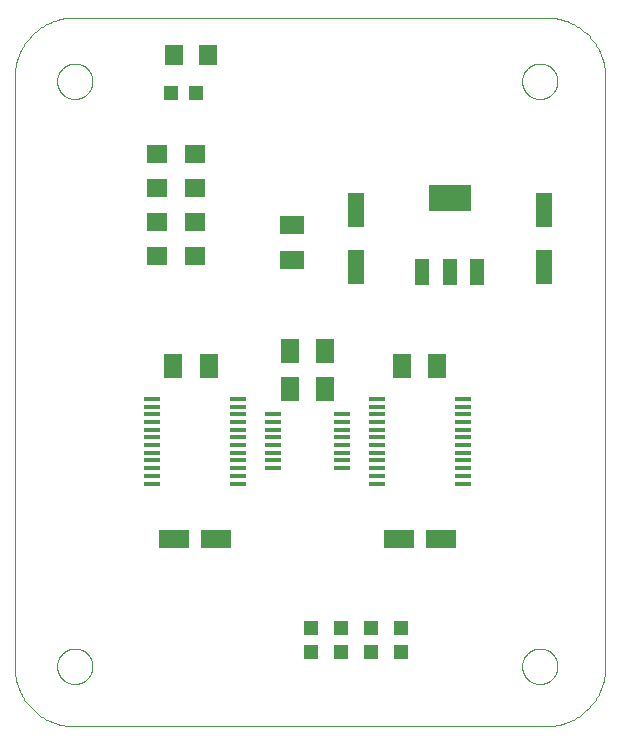
<source format=gtp>
G75*
%MOIN*%
%OFA0B0*%
%FSLAX25Y25*%
%IPPOS*%
%LPD*%
%AMOC8*
5,1,8,0,0,1.08239X$1,22.5*
%
%ADD10C,0.00000*%
%ADD11R,0.05906X0.07874*%
%ADD12R,0.10236X0.06299*%
%ADD13R,0.05800X0.01400*%
%ADD14R,0.04724X0.04724*%
%ADD15R,0.05500X0.01370*%
%ADD16R,0.06299X0.07098*%
%ADD17R,0.07098X0.06299*%
%ADD18R,0.04800X0.08800*%
%ADD19R,0.14173X0.08661*%
%ADD20R,0.05512X0.11811*%
%ADD21R,0.07874X0.05906*%
D10*
X0007850Y0024870D02*
X0007850Y0221720D01*
X0007856Y0222196D01*
X0007873Y0222671D01*
X0007902Y0223146D01*
X0007942Y0223620D01*
X0007994Y0224093D01*
X0008057Y0224564D01*
X0008131Y0225034D01*
X0008217Y0225502D01*
X0008314Y0225968D01*
X0008422Y0226431D01*
X0008541Y0226891D01*
X0008672Y0227349D01*
X0008813Y0227803D01*
X0008966Y0228254D01*
X0009129Y0228700D01*
X0009303Y0229143D01*
X0009488Y0229581D01*
X0009683Y0230015D01*
X0009889Y0230444D01*
X0010105Y0230868D01*
X0010331Y0231287D01*
X0010567Y0231700D01*
X0010813Y0232107D01*
X0011069Y0232508D01*
X0011335Y0232902D01*
X0011610Y0233291D01*
X0011894Y0233672D01*
X0012187Y0234046D01*
X0012489Y0234414D01*
X0012801Y0234774D01*
X0013120Y0235126D01*
X0013448Y0235470D01*
X0013785Y0235807D01*
X0014129Y0236135D01*
X0014481Y0236454D01*
X0014841Y0236766D01*
X0015209Y0237068D01*
X0015583Y0237361D01*
X0015964Y0237645D01*
X0016353Y0237920D01*
X0016747Y0238186D01*
X0017148Y0238442D01*
X0017555Y0238688D01*
X0017968Y0238924D01*
X0018387Y0239150D01*
X0018811Y0239366D01*
X0019240Y0239572D01*
X0019674Y0239767D01*
X0020112Y0239952D01*
X0020555Y0240126D01*
X0021001Y0240289D01*
X0021452Y0240442D01*
X0021906Y0240583D01*
X0022364Y0240714D01*
X0022824Y0240833D01*
X0023287Y0240941D01*
X0023753Y0241038D01*
X0024221Y0241124D01*
X0024691Y0241198D01*
X0025162Y0241261D01*
X0025635Y0241313D01*
X0026109Y0241353D01*
X0026584Y0241382D01*
X0027059Y0241399D01*
X0027535Y0241405D01*
X0027535Y0241406D02*
X0185015Y0241406D01*
X0185015Y0241405D02*
X0185491Y0241399D01*
X0185966Y0241382D01*
X0186441Y0241353D01*
X0186915Y0241313D01*
X0187388Y0241261D01*
X0187859Y0241198D01*
X0188329Y0241124D01*
X0188797Y0241038D01*
X0189263Y0240941D01*
X0189726Y0240833D01*
X0190186Y0240714D01*
X0190644Y0240583D01*
X0191098Y0240442D01*
X0191549Y0240289D01*
X0191995Y0240126D01*
X0192438Y0239952D01*
X0192876Y0239767D01*
X0193310Y0239572D01*
X0193739Y0239366D01*
X0194163Y0239150D01*
X0194582Y0238924D01*
X0194995Y0238688D01*
X0195402Y0238442D01*
X0195803Y0238186D01*
X0196197Y0237920D01*
X0196586Y0237645D01*
X0196967Y0237361D01*
X0197341Y0237068D01*
X0197709Y0236766D01*
X0198069Y0236454D01*
X0198421Y0236135D01*
X0198765Y0235807D01*
X0199102Y0235470D01*
X0199430Y0235126D01*
X0199749Y0234774D01*
X0200061Y0234414D01*
X0200363Y0234046D01*
X0200656Y0233672D01*
X0200940Y0233291D01*
X0201215Y0232902D01*
X0201481Y0232508D01*
X0201737Y0232107D01*
X0201983Y0231700D01*
X0202219Y0231287D01*
X0202445Y0230868D01*
X0202661Y0230444D01*
X0202867Y0230015D01*
X0203062Y0229581D01*
X0203247Y0229143D01*
X0203421Y0228700D01*
X0203584Y0228254D01*
X0203737Y0227803D01*
X0203878Y0227349D01*
X0204009Y0226891D01*
X0204128Y0226431D01*
X0204236Y0225968D01*
X0204333Y0225502D01*
X0204419Y0225034D01*
X0204493Y0224564D01*
X0204556Y0224093D01*
X0204608Y0223620D01*
X0204648Y0223146D01*
X0204677Y0222671D01*
X0204694Y0222196D01*
X0204700Y0221720D01*
X0204700Y0024870D01*
X0204694Y0024394D01*
X0204677Y0023919D01*
X0204648Y0023444D01*
X0204608Y0022970D01*
X0204556Y0022497D01*
X0204493Y0022026D01*
X0204419Y0021556D01*
X0204333Y0021088D01*
X0204236Y0020622D01*
X0204128Y0020159D01*
X0204009Y0019699D01*
X0203878Y0019241D01*
X0203737Y0018787D01*
X0203584Y0018336D01*
X0203421Y0017890D01*
X0203247Y0017447D01*
X0203062Y0017009D01*
X0202867Y0016575D01*
X0202661Y0016146D01*
X0202445Y0015722D01*
X0202219Y0015303D01*
X0201983Y0014890D01*
X0201737Y0014483D01*
X0201481Y0014082D01*
X0201215Y0013688D01*
X0200940Y0013299D01*
X0200656Y0012918D01*
X0200363Y0012544D01*
X0200061Y0012176D01*
X0199749Y0011816D01*
X0199430Y0011464D01*
X0199102Y0011120D01*
X0198765Y0010783D01*
X0198421Y0010455D01*
X0198069Y0010136D01*
X0197709Y0009824D01*
X0197341Y0009522D01*
X0196967Y0009229D01*
X0196586Y0008945D01*
X0196197Y0008670D01*
X0195803Y0008404D01*
X0195402Y0008148D01*
X0194995Y0007902D01*
X0194582Y0007666D01*
X0194163Y0007440D01*
X0193739Y0007224D01*
X0193310Y0007018D01*
X0192876Y0006823D01*
X0192438Y0006638D01*
X0191995Y0006464D01*
X0191549Y0006301D01*
X0191098Y0006148D01*
X0190644Y0006007D01*
X0190186Y0005876D01*
X0189726Y0005757D01*
X0189263Y0005649D01*
X0188797Y0005552D01*
X0188329Y0005466D01*
X0187859Y0005392D01*
X0187388Y0005329D01*
X0186915Y0005277D01*
X0186441Y0005237D01*
X0185966Y0005208D01*
X0185491Y0005191D01*
X0185015Y0005185D01*
X0027535Y0005185D01*
X0027059Y0005191D01*
X0026584Y0005208D01*
X0026109Y0005237D01*
X0025635Y0005277D01*
X0025162Y0005329D01*
X0024691Y0005392D01*
X0024221Y0005466D01*
X0023753Y0005552D01*
X0023287Y0005649D01*
X0022824Y0005757D01*
X0022364Y0005876D01*
X0021906Y0006007D01*
X0021452Y0006148D01*
X0021001Y0006301D01*
X0020555Y0006464D01*
X0020112Y0006638D01*
X0019674Y0006823D01*
X0019240Y0007018D01*
X0018811Y0007224D01*
X0018387Y0007440D01*
X0017968Y0007666D01*
X0017555Y0007902D01*
X0017148Y0008148D01*
X0016747Y0008404D01*
X0016353Y0008670D01*
X0015964Y0008945D01*
X0015583Y0009229D01*
X0015209Y0009522D01*
X0014841Y0009824D01*
X0014481Y0010136D01*
X0014129Y0010455D01*
X0013785Y0010783D01*
X0013448Y0011120D01*
X0013120Y0011464D01*
X0012801Y0011816D01*
X0012489Y0012176D01*
X0012187Y0012544D01*
X0011894Y0012918D01*
X0011610Y0013299D01*
X0011335Y0013688D01*
X0011069Y0014082D01*
X0010813Y0014483D01*
X0010567Y0014890D01*
X0010331Y0015303D01*
X0010105Y0015722D01*
X0009889Y0016146D01*
X0009683Y0016575D01*
X0009488Y0017009D01*
X0009303Y0017447D01*
X0009129Y0017890D01*
X0008966Y0018336D01*
X0008813Y0018787D01*
X0008672Y0019241D01*
X0008541Y0019699D01*
X0008422Y0020159D01*
X0008314Y0020622D01*
X0008217Y0021088D01*
X0008131Y0021556D01*
X0008057Y0022026D01*
X0007994Y0022497D01*
X0007942Y0022970D01*
X0007902Y0023444D01*
X0007873Y0023919D01*
X0007856Y0024394D01*
X0007850Y0024870D01*
X0021944Y0025185D02*
X0021946Y0025338D01*
X0021952Y0025492D01*
X0021962Y0025645D01*
X0021976Y0025797D01*
X0021994Y0025950D01*
X0022016Y0026101D01*
X0022041Y0026252D01*
X0022071Y0026403D01*
X0022105Y0026553D01*
X0022142Y0026701D01*
X0022183Y0026849D01*
X0022228Y0026995D01*
X0022277Y0027141D01*
X0022330Y0027285D01*
X0022386Y0027427D01*
X0022446Y0027568D01*
X0022510Y0027708D01*
X0022577Y0027846D01*
X0022648Y0027982D01*
X0022723Y0028116D01*
X0022800Y0028248D01*
X0022882Y0028378D01*
X0022966Y0028506D01*
X0023054Y0028632D01*
X0023145Y0028755D01*
X0023239Y0028876D01*
X0023337Y0028994D01*
X0023437Y0029110D01*
X0023541Y0029223D01*
X0023647Y0029334D01*
X0023756Y0029442D01*
X0023868Y0029547D01*
X0023982Y0029648D01*
X0024100Y0029747D01*
X0024219Y0029843D01*
X0024341Y0029936D01*
X0024466Y0030025D01*
X0024593Y0030112D01*
X0024722Y0030194D01*
X0024853Y0030274D01*
X0024986Y0030350D01*
X0025121Y0030423D01*
X0025258Y0030492D01*
X0025397Y0030557D01*
X0025537Y0030619D01*
X0025679Y0030677D01*
X0025822Y0030732D01*
X0025967Y0030783D01*
X0026113Y0030830D01*
X0026260Y0030873D01*
X0026408Y0030912D01*
X0026557Y0030948D01*
X0026707Y0030979D01*
X0026858Y0031007D01*
X0027009Y0031031D01*
X0027162Y0031051D01*
X0027314Y0031067D01*
X0027467Y0031079D01*
X0027620Y0031087D01*
X0027773Y0031091D01*
X0027927Y0031091D01*
X0028080Y0031087D01*
X0028233Y0031079D01*
X0028386Y0031067D01*
X0028538Y0031051D01*
X0028691Y0031031D01*
X0028842Y0031007D01*
X0028993Y0030979D01*
X0029143Y0030948D01*
X0029292Y0030912D01*
X0029440Y0030873D01*
X0029587Y0030830D01*
X0029733Y0030783D01*
X0029878Y0030732D01*
X0030021Y0030677D01*
X0030163Y0030619D01*
X0030303Y0030557D01*
X0030442Y0030492D01*
X0030579Y0030423D01*
X0030714Y0030350D01*
X0030847Y0030274D01*
X0030978Y0030194D01*
X0031107Y0030112D01*
X0031234Y0030025D01*
X0031359Y0029936D01*
X0031481Y0029843D01*
X0031600Y0029747D01*
X0031718Y0029648D01*
X0031832Y0029547D01*
X0031944Y0029442D01*
X0032053Y0029334D01*
X0032159Y0029223D01*
X0032263Y0029110D01*
X0032363Y0028994D01*
X0032461Y0028876D01*
X0032555Y0028755D01*
X0032646Y0028632D01*
X0032734Y0028506D01*
X0032818Y0028378D01*
X0032900Y0028248D01*
X0032977Y0028116D01*
X0033052Y0027982D01*
X0033123Y0027846D01*
X0033190Y0027708D01*
X0033254Y0027568D01*
X0033314Y0027427D01*
X0033370Y0027285D01*
X0033423Y0027141D01*
X0033472Y0026995D01*
X0033517Y0026849D01*
X0033558Y0026701D01*
X0033595Y0026553D01*
X0033629Y0026403D01*
X0033659Y0026252D01*
X0033684Y0026101D01*
X0033706Y0025950D01*
X0033724Y0025797D01*
X0033738Y0025645D01*
X0033748Y0025492D01*
X0033754Y0025338D01*
X0033756Y0025185D01*
X0033754Y0025032D01*
X0033748Y0024878D01*
X0033738Y0024725D01*
X0033724Y0024573D01*
X0033706Y0024420D01*
X0033684Y0024269D01*
X0033659Y0024118D01*
X0033629Y0023967D01*
X0033595Y0023817D01*
X0033558Y0023669D01*
X0033517Y0023521D01*
X0033472Y0023375D01*
X0033423Y0023229D01*
X0033370Y0023085D01*
X0033314Y0022943D01*
X0033254Y0022802D01*
X0033190Y0022662D01*
X0033123Y0022524D01*
X0033052Y0022388D01*
X0032977Y0022254D01*
X0032900Y0022122D01*
X0032818Y0021992D01*
X0032734Y0021864D01*
X0032646Y0021738D01*
X0032555Y0021615D01*
X0032461Y0021494D01*
X0032363Y0021376D01*
X0032263Y0021260D01*
X0032159Y0021147D01*
X0032053Y0021036D01*
X0031944Y0020928D01*
X0031832Y0020823D01*
X0031718Y0020722D01*
X0031600Y0020623D01*
X0031481Y0020527D01*
X0031359Y0020434D01*
X0031234Y0020345D01*
X0031107Y0020258D01*
X0030978Y0020176D01*
X0030847Y0020096D01*
X0030714Y0020020D01*
X0030579Y0019947D01*
X0030442Y0019878D01*
X0030303Y0019813D01*
X0030163Y0019751D01*
X0030021Y0019693D01*
X0029878Y0019638D01*
X0029733Y0019587D01*
X0029587Y0019540D01*
X0029440Y0019497D01*
X0029292Y0019458D01*
X0029143Y0019422D01*
X0028993Y0019391D01*
X0028842Y0019363D01*
X0028691Y0019339D01*
X0028538Y0019319D01*
X0028386Y0019303D01*
X0028233Y0019291D01*
X0028080Y0019283D01*
X0027927Y0019279D01*
X0027773Y0019279D01*
X0027620Y0019283D01*
X0027467Y0019291D01*
X0027314Y0019303D01*
X0027162Y0019319D01*
X0027009Y0019339D01*
X0026858Y0019363D01*
X0026707Y0019391D01*
X0026557Y0019422D01*
X0026408Y0019458D01*
X0026260Y0019497D01*
X0026113Y0019540D01*
X0025967Y0019587D01*
X0025822Y0019638D01*
X0025679Y0019693D01*
X0025537Y0019751D01*
X0025397Y0019813D01*
X0025258Y0019878D01*
X0025121Y0019947D01*
X0024986Y0020020D01*
X0024853Y0020096D01*
X0024722Y0020176D01*
X0024593Y0020258D01*
X0024466Y0020345D01*
X0024341Y0020434D01*
X0024219Y0020527D01*
X0024100Y0020623D01*
X0023982Y0020722D01*
X0023868Y0020823D01*
X0023756Y0020928D01*
X0023647Y0021036D01*
X0023541Y0021147D01*
X0023437Y0021260D01*
X0023337Y0021376D01*
X0023239Y0021494D01*
X0023145Y0021615D01*
X0023054Y0021738D01*
X0022966Y0021864D01*
X0022882Y0021992D01*
X0022800Y0022122D01*
X0022723Y0022254D01*
X0022648Y0022388D01*
X0022577Y0022524D01*
X0022510Y0022662D01*
X0022446Y0022802D01*
X0022386Y0022943D01*
X0022330Y0023085D01*
X0022277Y0023229D01*
X0022228Y0023375D01*
X0022183Y0023521D01*
X0022142Y0023669D01*
X0022105Y0023817D01*
X0022071Y0023967D01*
X0022041Y0024118D01*
X0022016Y0024269D01*
X0021994Y0024420D01*
X0021976Y0024573D01*
X0021962Y0024725D01*
X0021952Y0024878D01*
X0021946Y0025032D01*
X0021944Y0025185D01*
X0176944Y0025185D02*
X0176946Y0025338D01*
X0176952Y0025492D01*
X0176962Y0025645D01*
X0176976Y0025797D01*
X0176994Y0025950D01*
X0177016Y0026101D01*
X0177041Y0026252D01*
X0177071Y0026403D01*
X0177105Y0026553D01*
X0177142Y0026701D01*
X0177183Y0026849D01*
X0177228Y0026995D01*
X0177277Y0027141D01*
X0177330Y0027285D01*
X0177386Y0027427D01*
X0177446Y0027568D01*
X0177510Y0027708D01*
X0177577Y0027846D01*
X0177648Y0027982D01*
X0177723Y0028116D01*
X0177800Y0028248D01*
X0177882Y0028378D01*
X0177966Y0028506D01*
X0178054Y0028632D01*
X0178145Y0028755D01*
X0178239Y0028876D01*
X0178337Y0028994D01*
X0178437Y0029110D01*
X0178541Y0029223D01*
X0178647Y0029334D01*
X0178756Y0029442D01*
X0178868Y0029547D01*
X0178982Y0029648D01*
X0179100Y0029747D01*
X0179219Y0029843D01*
X0179341Y0029936D01*
X0179466Y0030025D01*
X0179593Y0030112D01*
X0179722Y0030194D01*
X0179853Y0030274D01*
X0179986Y0030350D01*
X0180121Y0030423D01*
X0180258Y0030492D01*
X0180397Y0030557D01*
X0180537Y0030619D01*
X0180679Y0030677D01*
X0180822Y0030732D01*
X0180967Y0030783D01*
X0181113Y0030830D01*
X0181260Y0030873D01*
X0181408Y0030912D01*
X0181557Y0030948D01*
X0181707Y0030979D01*
X0181858Y0031007D01*
X0182009Y0031031D01*
X0182162Y0031051D01*
X0182314Y0031067D01*
X0182467Y0031079D01*
X0182620Y0031087D01*
X0182773Y0031091D01*
X0182927Y0031091D01*
X0183080Y0031087D01*
X0183233Y0031079D01*
X0183386Y0031067D01*
X0183538Y0031051D01*
X0183691Y0031031D01*
X0183842Y0031007D01*
X0183993Y0030979D01*
X0184143Y0030948D01*
X0184292Y0030912D01*
X0184440Y0030873D01*
X0184587Y0030830D01*
X0184733Y0030783D01*
X0184878Y0030732D01*
X0185021Y0030677D01*
X0185163Y0030619D01*
X0185303Y0030557D01*
X0185442Y0030492D01*
X0185579Y0030423D01*
X0185714Y0030350D01*
X0185847Y0030274D01*
X0185978Y0030194D01*
X0186107Y0030112D01*
X0186234Y0030025D01*
X0186359Y0029936D01*
X0186481Y0029843D01*
X0186600Y0029747D01*
X0186718Y0029648D01*
X0186832Y0029547D01*
X0186944Y0029442D01*
X0187053Y0029334D01*
X0187159Y0029223D01*
X0187263Y0029110D01*
X0187363Y0028994D01*
X0187461Y0028876D01*
X0187555Y0028755D01*
X0187646Y0028632D01*
X0187734Y0028506D01*
X0187818Y0028378D01*
X0187900Y0028248D01*
X0187977Y0028116D01*
X0188052Y0027982D01*
X0188123Y0027846D01*
X0188190Y0027708D01*
X0188254Y0027568D01*
X0188314Y0027427D01*
X0188370Y0027285D01*
X0188423Y0027141D01*
X0188472Y0026995D01*
X0188517Y0026849D01*
X0188558Y0026701D01*
X0188595Y0026553D01*
X0188629Y0026403D01*
X0188659Y0026252D01*
X0188684Y0026101D01*
X0188706Y0025950D01*
X0188724Y0025797D01*
X0188738Y0025645D01*
X0188748Y0025492D01*
X0188754Y0025338D01*
X0188756Y0025185D01*
X0188754Y0025032D01*
X0188748Y0024878D01*
X0188738Y0024725D01*
X0188724Y0024573D01*
X0188706Y0024420D01*
X0188684Y0024269D01*
X0188659Y0024118D01*
X0188629Y0023967D01*
X0188595Y0023817D01*
X0188558Y0023669D01*
X0188517Y0023521D01*
X0188472Y0023375D01*
X0188423Y0023229D01*
X0188370Y0023085D01*
X0188314Y0022943D01*
X0188254Y0022802D01*
X0188190Y0022662D01*
X0188123Y0022524D01*
X0188052Y0022388D01*
X0187977Y0022254D01*
X0187900Y0022122D01*
X0187818Y0021992D01*
X0187734Y0021864D01*
X0187646Y0021738D01*
X0187555Y0021615D01*
X0187461Y0021494D01*
X0187363Y0021376D01*
X0187263Y0021260D01*
X0187159Y0021147D01*
X0187053Y0021036D01*
X0186944Y0020928D01*
X0186832Y0020823D01*
X0186718Y0020722D01*
X0186600Y0020623D01*
X0186481Y0020527D01*
X0186359Y0020434D01*
X0186234Y0020345D01*
X0186107Y0020258D01*
X0185978Y0020176D01*
X0185847Y0020096D01*
X0185714Y0020020D01*
X0185579Y0019947D01*
X0185442Y0019878D01*
X0185303Y0019813D01*
X0185163Y0019751D01*
X0185021Y0019693D01*
X0184878Y0019638D01*
X0184733Y0019587D01*
X0184587Y0019540D01*
X0184440Y0019497D01*
X0184292Y0019458D01*
X0184143Y0019422D01*
X0183993Y0019391D01*
X0183842Y0019363D01*
X0183691Y0019339D01*
X0183538Y0019319D01*
X0183386Y0019303D01*
X0183233Y0019291D01*
X0183080Y0019283D01*
X0182927Y0019279D01*
X0182773Y0019279D01*
X0182620Y0019283D01*
X0182467Y0019291D01*
X0182314Y0019303D01*
X0182162Y0019319D01*
X0182009Y0019339D01*
X0181858Y0019363D01*
X0181707Y0019391D01*
X0181557Y0019422D01*
X0181408Y0019458D01*
X0181260Y0019497D01*
X0181113Y0019540D01*
X0180967Y0019587D01*
X0180822Y0019638D01*
X0180679Y0019693D01*
X0180537Y0019751D01*
X0180397Y0019813D01*
X0180258Y0019878D01*
X0180121Y0019947D01*
X0179986Y0020020D01*
X0179853Y0020096D01*
X0179722Y0020176D01*
X0179593Y0020258D01*
X0179466Y0020345D01*
X0179341Y0020434D01*
X0179219Y0020527D01*
X0179100Y0020623D01*
X0178982Y0020722D01*
X0178868Y0020823D01*
X0178756Y0020928D01*
X0178647Y0021036D01*
X0178541Y0021147D01*
X0178437Y0021260D01*
X0178337Y0021376D01*
X0178239Y0021494D01*
X0178145Y0021615D01*
X0178054Y0021738D01*
X0177966Y0021864D01*
X0177882Y0021992D01*
X0177800Y0022122D01*
X0177723Y0022254D01*
X0177648Y0022388D01*
X0177577Y0022524D01*
X0177510Y0022662D01*
X0177446Y0022802D01*
X0177386Y0022943D01*
X0177330Y0023085D01*
X0177277Y0023229D01*
X0177228Y0023375D01*
X0177183Y0023521D01*
X0177142Y0023669D01*
X0177105Y0023817D01*
X0177071Y0023967D01*
X0177041Y0024118D01*
X0177016Y0024269D01*
X0176994Y0024420D01*
X0176976Y0024573D01*
X0176962Y0024725D01*
X0176952Y0024878D01*
X0176946Y0025032D01*
X0176944Y0025185D01*
X0176944Y0220185D02*
X0176946Y0220338D01*
X0176952Y0220492D01*
X0176962Y0220645D01*
X0176976Y0220797D01*
X0176994Y0220950D01*
X0177016Y0221101D01*
X0177041Y0221252D01*
X0177071Y0221403D01*
X0177105Y0221553D01*
X0177142Y0221701D01*
X0177183Y0221849D01*
X0177228Y0221995D01*
X0177277Y0222141D01*
X0177330Y0222285D01*
X0177386Y0222427D01*
X0177446Y0222568D01*
X0177510Y0222708D01*
X0177577Y0222846D01*
X0177648Y0222982D01*
X0177723Y0223116D01*
X0177800Y0223248D01*
X0177882Y0223378D01*
X0177966Y0223506D01*
X0178054Y0223632D01*
X0178145Y0223755D01*
X0178239Y0223876D01*
X0178337Y0223994D01*
X0178437Y0224110D01*
X0178541Y0224223D01*
X0178647Y0224334D01*
X0178756Y0224442D01*
X0178868Y0224547D01*
X0178982Y0224648D01*
X0179100Y0224747D01*
X0179219Y0224843D01*
X0179341Y0224936D01*
X0179466Y0225025D01*
X0179593Y0225112D01*
X0179722Y0225194D01*
X0179853Y0225274D01*
X0179986Y0225350D01*
X0180121Y0225423D01*
X0180258Y0225492D01*
X0180397Y0225557D01*
X0180537Y0225619D01*
X0180679Y0225677D01*
X0180822Y0225732D01*
X0180967Y0225783D01*
X0181113Y0225830D01*
X0181260Y0225873D01*
X0181408Y0225912D01*
X0181557Y0225948D01*
X0181707Y0225979D01*
X0181858Y0226007D01*
X0182009Y0226031D01*
X0182162Y0226051D01*
X0182314Y0226067D01*
X0182467Y0226079D01*
X0182620Y0226087D01*
X0182773Y0226091D01*
X0182927Y0226091D01*
X0183080Y0226087D01*
X0183233Y0226079D01*
X0183386Y0226067D01*
X0183538Y0226051D01*
X0183691Y0226031D01*
X0183842Y0226007D01*
X0183993Y0225979D01*
X0184143Y0225948D01*
X0184292Y0225912D01*
X0184440Y0225873D01*
X0184587Y0225830D01*
X0184733Y0225783D01*
X0184878Y0225732D01*
X0185021Y0225677D01*
X0185163Y0225619D01*
X0185303Y0225557D01*
X0185442Y0225492D01*
X0185579Y0225423D01*
X0185714Y0225350D01*
X0185847Y0225274D01*
X0185978Y0225194D01*
X0186107Y0225112D01*
X0186234Y0225025D01*
X0186359Y0224936D01*
X0186481Y0224843D01*
X0186600Y0224747D01*
X0186718Y0224648D01*
X0186832Y0224547D01*
X0186944Y0224442D01*
X0187053Y0224334D01*
X0187159Y0224223D01*
X0187263Y0224110D01*
X0187363Y0223994D01*
X0187461Y0223876D01*
X0187555Y0223755D01*
X0187646Y0223632D01*
X0187734Y0223506D01*
X0187818Y0223378D01*
X0187900Y0223248D01*
X0187977Y0223116D01*
X0188052Y0222982D01*
X0188123Y0222846D01*
X0188190Y0222708D01*
X0188254Y0222568D01*
X0188314Y0222427D01*
X0188370Y0222285D01*
X0188423Y0222141D01*
X0188472Y0221995D01*
X0188517Y0221849D01*
X0188558Y0221701D01*
X0188595Y0221553D01*
X0188629Y0221403D01*
X0188659Y0221252D01*
X0188684Y0221101D01*
X0188706Y0220950D01*
X0188724Y0220797D01*
X0188738Y0220645D01*
X0188748Y0220492D01*
X0188754Y0220338D01*
X0188756Y0220185D01*
X0188754Y0220032D01*
X0188748Y0219878D01*
X0188738Y0219725D01*
X0188724Y0219573D01*
X0188706Y0219420D01*
X0188684Y0219269D01*
X0188659Y0219118D01*
X0188629Y0218967D01*
X0188595Y0218817D01*
X0188558Y0218669D01*
X0188517Y0218521D01*
X0188472Y0218375D01*
X0188423Y0218229D01*
X0188370Y0218085D01*
X0188314Y0217943D01*
X0188254Y0217802D01*
X0188190Y0217662D01*
X0188123Y0217524D01*
X0188052Y0217388D01*
X0187977Y0217254D01*
X0187900Y0217122D01*
X0187818Y0216992D01*
X0187734Y0216864D01*
X0187646Y0216738D01*
X0187555Y0216615D01*
X0187461Y0216494D01*
X0187363Y0216376D01*
X0187263Y0216260D01*
X0187159Y0216147D01*
X0187053Y0216036D01*
X0186944Y0215928D01*
X0186832Y0215823D01*
X0186718Y0215722D01*
X0186600Y0215623D01*
X0186481Y0215527D01*
X0186359Y0215434D01*
X0186234Y0215345D01*
X0186107Y0215258D01*
X0185978Y0215176D01*
X0185847Y0215096D01*
X0185714Y0215020D01*
X0185579Y0214947D01*
X0185442Y0214878D01*
X0185303Y0214813D01*
X0185163Y0214751D01*
X0185021Y0214693D01*
X0184878Y0214638D01*
X0184733Y0214587D01*
X0184587Y0214540D01*
X0184440Y0214497D01*
X0184292Y0214458D01*
X0184143Y0214422D01*
X0183993Y0214391D01*
X0183842Y0214363D01*
X0183691Y0214339D01*
X0183538Y0214319D01*
X0183386Y0214303D01*
X0183233Y0214291D01*
X0183080Y0214283D01*
X0182927Y0214279D01*
X0182773Y0214279D01*
X0182620Y0214283D01*
X0182467Y0214291D01*
X0182314Y0214303D01*
X0182162Y0214319D01*
X0182009Y0214339D01*
X0181858Y0214363D01*
X0181707Y0214391D01*
X0181557Y0214422D01*
X0181408Y0214458D01*
X0181260Y0214497D01*
X0181113Y0214540D01*
X0180967Y0214587D01*
X0180822Y0214638D01*
X0180679Y0214693D01*
X0180537Y0214751D01*
X0180397Y0214813D01*
X0180258Y0214878D01*
X0180121Y0214947D01*
X0179986Y0215020D01*
X0179853Y0215096D01*
X0179722Y0215176D01*
X0179593Y0215258D01*
X0179466Y0215345D01*
X0179341Y0215434D01*
X0179219Y0215527D01*
X0179100Y0215623D01*
X0178982Y0215722D01*
X0178868Y0215823D01*
X0178756Y0215928D01*
X0178647Y0216036D01*
X0178541Y0216147D01*
X0178437Y0216260D01*
X0178337Y0216376D01*
X0178239Y0216494D01*
X0178145Y0216615D01*
X0178054Y0216738D01*
X0177966Y0216864D01*
X0177882Y0216992D01*
X0177800Y0217122D01*
X0177723Y0217254D01*
X0177648Y0217388D01*
X0177577Y0217524D01*
X0177510Y0217662D01*
X0177446Y0217802D01*
X0177386Y0217943D01*
X0177330Y0218085D01*
X0177277Y0218229D01*
X0177228Y0218375D01*
X0177183Y0218521D01*
X0177142Y0218669D01*
X0177105Y0218817D01*
X0177071Y0218967D01*
X0177041Y0219118D01*
X0177016Y0219269D01*
X0176994Y0219420D01*
X0176976Y0219573D01*
X0176962Y0219725D01*
X0176952Y0219878D01*
X0176946Y0220032D01*
X0176944Y0220185D01*
X0021944Y0220185D02*
X0021946Y0220338D01*
X0021952Y0220492D01*
X0021962Y0220645D01*
X0021976Y0220797D01*
X0021994Y0220950D01*
X0022016Y0221101D01*
X0022041Y0221252D01*
X0022071Y0221403D01*
X0022105Y0221553D01*
X0022142Y0221701D01*
X0022183Y0221849D01*
X0022228Y0221995D01*
X0022277Y0222141D01*
X0022330Y0222285D01*
X0022386Y0222427D01*
X0022446Y0222568D01*
X0022510Y0222708D01*
X0022577Y0222846D01*
X0022648Y0222982D01*
X0022723Y0223116D01*
X0022800Y0223248D01*
X0022882Y0223378D01*
X0022966Y0223506D01*
X0023054Y0223632D01*
X0023145Y0223755D01*
X0023239Y0223876D01*
X0023337Y0223994D01*
X0023437Y0224110D01*
X0023541Y0224223D01*
X0023647Y0224334D01*
X0023756Y0224442D01*
X0023868Y0224547D01*
X0023982Y0224648D01*
X0024100Y0224747D01*
X0024219Y0224843D01*
X0024341Y0224936D01*
X0024466Y0225025D01*
X0024593Y0225112D01*
X0024722Y0225194D01*
X0024853Y0225274D01*
X0024986Y0225350D01*
X0025121Y0225423D01*
X0025258Y0225492D01*
X0025397Y0225557D01*
X0025537Y0225619D01*
X0025679Y0225677D01*
X0025822Y0225732D01*
X0025967Y0225783D01*
X0026113Y0225830D01*
X0026260Y0225873D01*
X0026408Y0225912D01*
X0026557Y0225948D01*
X0026707Y0225979D01*
X0026858Y0226007D01*
X0027009Y0226031D01*
X0027162Y0226051D01*
X0027314Y0226067D01*
X0027467Y0226079D01*
X0027620Y0226087D01*
X0027773Y0226091D01*
X0027927Y0226091D01*
X0028080Y0226087D01*
X0028233Y0226079D01*
X0028386Y0226067D01*
X0028538Y0226051D01*
X0028691Y0226031D01*
X0028842Y0226007D01*
X0028993Y0225979D01*
X0029143Y0225948D01*
X0029292Y0225912D01*
X0029440Y0225873D01*
X0029587Y0225830D01*
X0029733Y0225783D01*
X0029878Y0225732D01*
X0030021Y0225677D01*
X0030163Y0225619D01*
X0030303Y0225557D01*
X0030442Y0225492D01*
X0030579Y0225423D01*
X0030714Y0225350D01*
X0030847Y0225274D01*
X0030978Y0225194D01*
X0031107Y0225112D01*
X0031234Y0225025D01*
X0031359Y0224936D01*
X0031481Y0224843D01*
X0031600Y0224747D01*
X0031718Y0224648D01*
X0031832Y0224547D01*
X0031944Y0224442D01*
X0032053Y0224334D01*
X0032159Y0224223D01*
X0032263Y0224110D01*
X0032363Y0223994D01*
X0032461Y0223876D01*
X0032555Y0223755D01*
X0032646Y0223632D01*
X0032734Y0223506D01*
X0032818Y0223378D01*
X0032900Y0223248D01*
X0032977Y0223116D01*
X0033052Y0222982D01*
X0033123Y0222846D01*
X0033190Y0222708D01*
X0033254Y0222568D01*
X0033314Y0222427D01*
X0033370Y0222285D01*
X0033423Y0222141D01*
X0033472Y0221995D01*
X0033517Y0221849D01*
X0033558Y0221701D01*
X0033595Y0221553D01*
X0033629Y0221403D01*
X0033659Y0221252D01*
X0033684Y0221101D01*
X0033706Y0220950D01*
X0033724Y0220797D01*
X0033738Y0220645D01*
X0033748Y0220492D01*
X0033754Y0220338D01*
X0033756Y0220185D01*
X0033754Y0220032D01*
X0033748Y0219878D01*
X0033738Y0219725D01*
X0033724Y0219573D01*
X0033706Y0219420D01*
X0033684Y0219269D01*
X0033659Y0219118D01*
X0033629Y0218967D01*
X0033595Y0218817D01*
X0033558Y0218669D01*
X0033517Y0218521D01*
X0033472Y0218375D01*
X0033423Y0218229D01*
X0033370Y0218085D01*
X0033314Y0217943D01*
X0033254Y0217802D01*
X0033190Y0217662D01*
X0033123Y0217524D01*
X0033052Y0217388D01*
X0032977Y0217254D01*
X0032900Y0217122D01*
X0032818Y0216992D01*
X0032734Y0216864D01*
X0032646Y0216738D01*
X0032555Y0216615D01*
X0032461Y0216494D01*
X0032363Y0216376D01*
X0032263Y0216260D01*
X0032159Y0216147D01*
X0032053Y0216036D01*
X0031944Y0215928D01*
X0031832Y0215823D01*
X0031718Y0215722D01*
X0031600Y0215623D01*
X0031481Y0215527D01*
X0031359Y0215434D01*
X0031234Y0215345D01*
X0031107Y0215258D01*
X0030978Y0215176D01*
X0030847Y0215096D01*
X0030714Y0215020D01*
X0030579Y0214947D01*
X0030442Y0214878D01*
X0030303Y0214813D01*
X0030163Y0214751D01*
X0030021Y0214693D01*
X0029878Y0214638D01*
X0029733Y0214587D01*
X0029587Y0214540D01*
X0029440Y0214497D01*
X0029292Y0214458D01*
X0029143Y0214422D01*
X0028993Y0214391D01*
X0028842Y0214363D01*
X0028691Y0214339D01*
X0028538Y0214319D01*
X0028386Y0214303D01*
X0028233Y0214291D01*
X0028080Y0214283D01*
X0027927Y0214279D01*
X0027773Y0214279D01*
X0027620Y0214283D01*
X0027467Y0214291D01*
X0027314Y0214303D01*
X0027162Y0214319D01*
X0027009Y0214339D01*
X0026858Y0214363D01*
X0026707Y0214391D01*
X0026557Y0214422D01*
X0026408Y0214458D01*
X0026260Y0214497D01*
X0026113Y0214540D01*
X0025967Y0214587D01*
X0025822Y0214638D01*
X0025679Y0214693D01*
X0025537Y0214751D01*
X0025397Y0214813D01*
X0025258Y0214878D01*
X0025121Y0214947D01*
X0024986Y0215020D01*
X0024853Y0215096D01*
X0024722Y0215176D01*
X0024593Y0215258D01*
X0024466Y0215345D01*
X0024341Y0215434D01*
X0024219Y0215527D01*
X0024100Y0215623D01*
X0023982Y0215722D01*
X0023868Y0215823D01*
X0023756Y0215928D01*
X0023647Y0216036D01*
X0023541Y0216147D01*
X0023437Y0216260D01*
X0023337Y0216376D01*
X0023239Y0216494D01*
X0023145Y0216615D01*
X0023054Y0216738D01*
X0022966Y0216864D01*
X0022882Y0216992D01*
X0022800Y0217122D01*
X0022723Y0217254D01*
X0022648Y0217388D01*
X0022577Y0217524D01*
X0022510Y0217662D01*
X0022446Y0217802D01*
X0022386Y0217943D01*
X0022330Y0218085D01*
X0022277Y0218229D01*
X0022228Y0218375D01*
X0022183Y0218521D01*
X0022142Y0218669D01*
X0022105Y0218817D01*
X0022071Y0218967D01*
X0022041Y0219118D01*
X0022016Y0219269D01*
X0021994Y0219420D01*
X0021976Y0219573D01*
X0021962Y0219725D01*
X0021952Y0219878D01*
X0021946Y0220032D01*
X0021944Y0220185D01*
D11*
X0099444Y0130185D03*
X0111256Y0130185D03*
X0111256Y0117685D03*
X0099444Y0117685D03*
X0072506Y0125185D03*
X0060694Y0125185D03*
X0136944Y0125185D03*
X0148756Y0125185D03*
D12*
X0149937Y0067685D03*
X0135763Y0067685D03*
X0074937Y0067685D03*
X0060763Y0067685D03*
D13*
X0093850Y0091185D03*
X0093850Y0093785D03*
X0093850Y0096385D03*
X0093850Y0098885D03*
X0093850Y0101485D03*
X0093850Y0103985D03*
X0093850Y0106585D03*
X0093850Y0109185D03*
X0116850Y0109185D03*
X0116850Y0106585D03*
X0116850Y0103985D03*
X0116850Y0101485D03*
X0116850Y0098885D03*
X0116850Y0096385D03*
X0116850Y0093785D03*
X0116850Y0091185D03*
D14*
X0116600Y0038069D03*
X0116600Y0029801D03*
X0126600Y0029801D03*
X0126600Y0038069D03*
X0136600Y0038069D03*
X0136600Y0029801D03*
X0106600Y0029801D03*
X0106600Y0038069D03*
X0068234Y0216435D03*
X0059966Y0216435D03*
D15*
X0053456Y0114260D03*
X0053456Y0111701D03*
X0053456Y0109142D03*
X0053456Y0106583D03*
X0053456Y0104024D03*
X0053456Y0101465D03*
X0053456Y0098906D03*
X0053456Y0096346D03*
X0053456Y0093787D03*
X0053456Y0091228D03*
X0053456Y0088669D03*
X0053456Y0086110D03*
X0082244Y0086110D03*
X0082244Y0088669D03*
X0082244Y0091228D03*
X0082244Y0093787D03*
X0082244Y0096346D03*
X0082244Y0098906D03*
X0082244Y0101465D03*
X0082244Y0104024D03*
X0082244Y0106583D03*
X0082244Y0109142D03*
X0082244Y0111701D03*
X0082244Y0114260D03*
X0128456Y0114260D03*
X0128456Y0111701D03*
X0128456Y0109142D03*
X0128456Y0106583D03*
X0128456Y0104024D03*
X0128456Y0101465D03*
X0128456Y0098906D03*
X0128456Y0096346D03*
X0128456Y0093787D03*
X0128456Y0091228D03*
X0128456Y0088669D03*
X0128456Y0086110D03*
X0157244Y0086110D03*
X0157244Y0088669D03*
X0157244Y0091228D03*
X0157244Y0093787D03*
X0157244Y0096346D03*
X0157244Y0098906D03*
X0157244Y0101465D03*
X0157244Y0104024D03*
X0157244Y0106583D03*
X0157244Y0109142D03*
X0157244Y0111701D03*
X0157244Y0114260D03*
D16*
X0072198Y0228935D03*
X0061002Y0228935D03*
D17*
X0055350Y0195783D03*
X0055350Y0184587D03*
X0055350Y0173283D03*
X0055350Y0162087D03*
X0067850Y0162087D03*
X0067850Y0173283D03*
X0067850Y0184587D03*
X0067850Y0195783D03*
D18*
X0143750Y0156735D03*
X0152850Y0156735D03*
X0161950Y0156735D03*
D19*
X0152850Y0181136D03*
D20*
X0121600Y0177134D03*
X0121600Y0158236D03*
X0184100Y0158236D03*
X0184100Y0177134D03*
D21*
X0100350Y0172341D03*
X0100350Y0160530D03*
M02*

</source>
